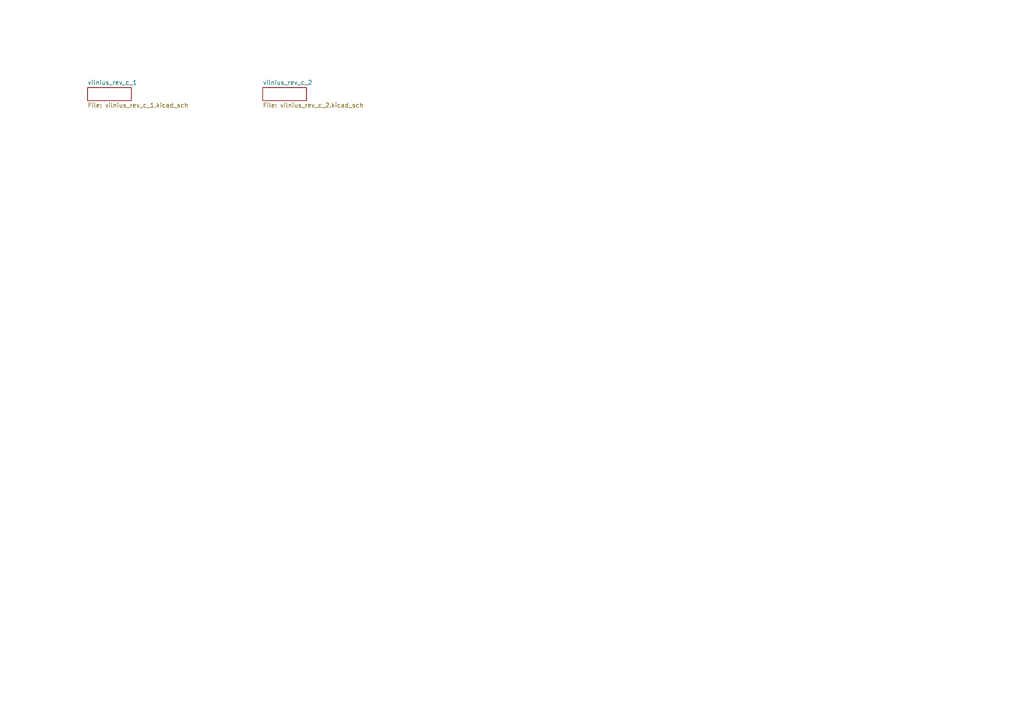
<source format=kicad_sch>
(kicad_sch
	(version 20250114)
	(generator "eeschema")
	(generator_version "9.0")
	(uuid "d0cae754-043f-4f82-bac7-e468dd0ed2df")
	(paper "A4")
	(lib_symbols)
	(sheet
		(at 25.4 25.4)
		(size 12.7 3.81)
		(exclude_from_sim no)
		(in_bom yes)
		(on_board yes)
		(dnp no)
		(fields_autoplaced yes)
		(stroke
			(width 0)
			(type solid)
		)
		(fill
			(color 0 0 0 0.0000)
		)
		(uuid "3c90eaee-5161-4dd0-ac65-17894400b072")
		(property "Sheetname" "vilnius_rev_c_1"
			(at 25.4 24.6884 0)
			(effects
				(font
					(size 1.27 1.27)
				)
				(justify left bottom)
			)
		)
		(property "Sheetfile" "vilnius_rev_c_1.kicad_sch"
			(at 25.4 29.7946 0)
			(effects
				(font
					(size 1.27 1.27)
				)
				(justify left top)
			)
		)
		(instances
			(project "vilnius_rev_c"
				(path "/d0cae754-043f-4f82-bac7-e468dd0ed2df"
					(page "1")
				)
			)
		)
	)
	(sheet
		(at 76.2 25.4)
		(size 12.7 3.81)
		(exclude_from_sim no)
		(in_bom yes)
		(on_board yes)
		(dnp no)
		(fields_autoplaced yes)
		(stroke
			(width 0)
			(type solid)
		)
		(fill
			(color 0 0 0 0.0000)
		)
		(uuid "9b23a8b7-7b2c-4a07-8556-b138f7c03b63")
		(property "Sheetname" "vilnius_rev_c_2"
			(at 76.2 24.6884 0)
			(effects
				(font
					(size 1.27 1.27)
				)
				(justify left bottom)
			)
		)
		(property "Sheetfile" "vilnius_rev_c_2.kicad_sch"
			(at 76.2 29.7946 0)
			(effects
				(font
					(size 1.27 1.27)
				)
				(justify left top)
			)
		)
		(instances
			(project "vilnius_rev_c"
				(path "/d0cae754-043f-4f82-bac7-e468dd0ed2df"
					(page "2")
				)
			)
		)
	)
	(sheet_instances
		(path "/"
			(page "1")
		)
	)
	(embedded_fonts no)
)

</source>
